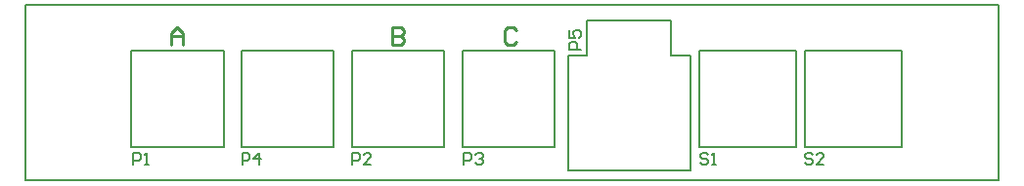
<source format=gto>
G04 Layer_Color=65535*
%FSLAX44Y44*%
%MOMM*%
G71*
G01*
G75*
%ADD11C,0.2000*%
%ADD16C,0.2540*%
D11*
X470210Y108200D02*
G03*
X469510Y107500I0J-700D01*
G01*
X91500Y28700D02*
X171500D01*
X91500Y112800D02*
X171500D01*
Y28700D02*
Y112800D01*
X91500Y28700D02*
Y112800D01*
X282505Y28700D02*
X362505D01*
X282505Y112800D02*
X362505D01*
Y28700D02*
Y112800D01*
X282505Y28700D02*
Y112800D01*
X378007Y28700D02*
X458007D01*
X378007Y112800D02*
X458007D01*
Y28700D02*
Y112800D01*
X378007Y28700D02*
Y112800D01*
X187000Y28700D02*
X267000D01*
X187000Y112800D02*
X267000D01*
Y28700D02*
Y112800D01*
X187000Y28700D02*
Y112800D01*
X469510Y8700D02*
X575509D01*
Y108200D01*
X558960D02*
Y138800D01*
X486059D02*
X558960D01*
X486059Y108200D02*
Y138800D01*
X558960Y108200D02*
X575509D01*
X469510Y8700D02*
Y107500D01*
X470210Y108200D02*
X486059D01*
X583012Y29000D02*
Y113000D01*
X667012D01*
X583012Y29000D02*
X667012D01*
Y113000D01*
X674515Y29000D02*
Y113000D01*
X758515D01*
X674515Y29000D02*
X758515D01*
Y113000D01*
X93000Y13801D02*
Y23798D01*
X97998D01*
X99664Y22131D01*
Y18799D01*
X97998Y17133D01*
X93000D01*
X102997Y13801D02*
X106329D01*
X104663D01*
Y23798D01*
X102997Y22131D01*
X282502Y13801D02*
Y23798D01*
X287500D01*
X289167Y22131D01*
Y18799D01*
X287500Y17133D01*
X282502D01*
X299163Y13801D02*
X292499D01*
X299163Y20465D01*
Y22131D01*
X297497Y23798D01*
X294165D01*
X292499Y22131D01*
X379502Y13801D02*
Y23798D01*
X384500D01*
X386166Y22131D01*
Y18799D01*
X384500Y17133D01*
X379502D01*
X389499Y22131D02*
X391165Y23798D01*
X394497D01*
X396163Y22131D01*
Y20465D01*
X394497Y18799D01*
X392831D01*
X394497D01*
X396163Y17133D01*
Y15467D01*
X394497Y13801D01*
X391165D01*
X389499Y15467D01*
X187495Y13801D02*
Y23798D01*
X192494D01*
X194160Y22131D01*
Y18799D01*
X192494Y17133D01*
X187495D01*
X202490Y13801D02*
Y23798D01*
X197492Y18799D01*
X204156D01*
X480999Y113970D02*
X471003D01*
Y118968D01*
X472669Y120634D01*
X476001D01*
X477667Y118968D01*
Y113970D01*
X471003Y130631D02*
Y123967D01*
X476001D01*
X474335Y127299D01*
Y128965D01*
X476001Y130631D01*
X479333D01*
X480999Y128965D01*
Y125633D01*
X479333Y123967D01*
X590674Y22331D02*
X589008Y23997D01*
X585675D01*
X584009Y22331D01*
Y20665D01*
X585675Y18998D01*
X589008D01*
X590674Y17332D01*
Y15666D01*
X589008Y14000D01*
X585675D01*
X584009Y15666D01*
X594006Y14000D02*
X597338D01*
X595672D01*
Y23997D01*
X594006Y22331D01*
X681171Y22331D02*
X679505Y23997D01*
X676173D01*
X674507Y22331D01*
Y20665D01*
X676173Y18998D01*
X679505D01*
X681171Y17332D01*
Y15666D01*
X679505Y14000D01*
X676173D01*
X674507Y15666D01*
X691168Y14000D02*
X684504D01*
X691168Y20665D01*
Y22331D01*
X689502Y23997D01*
X686170D01*
X684504Y22331D01*
X0Y152500D02*
X842500D01*
X842500Y0D02*
Y152500D01*
X0Y0D02*
Y152500D01*
Y0D02*
X842500D01*
D16*
X126000Y117801D02*
Y127957D01*
X131078Y133036D01*
X136157Y127957D01*
Y117801D01*
Y125418D01*
X126000D01*
X317502Y133036D02*
Y117801D01*
X325120D01*
X327659Y120340D01*
Y122879D01*
X325120Y125418D01*
X317502D01*
X325120D01*
X327659Y127957D01*
Y130497D01*
X325120Y133036D01*
X317502D01*
X424659Y130497D02*
X422119Y133036D01*
X417041D01*
X414502Y130497D01*
Y120340D01*
X417041Y117801D01*
X422119D01*
X424659Y120340D01*
M02*

</source>
